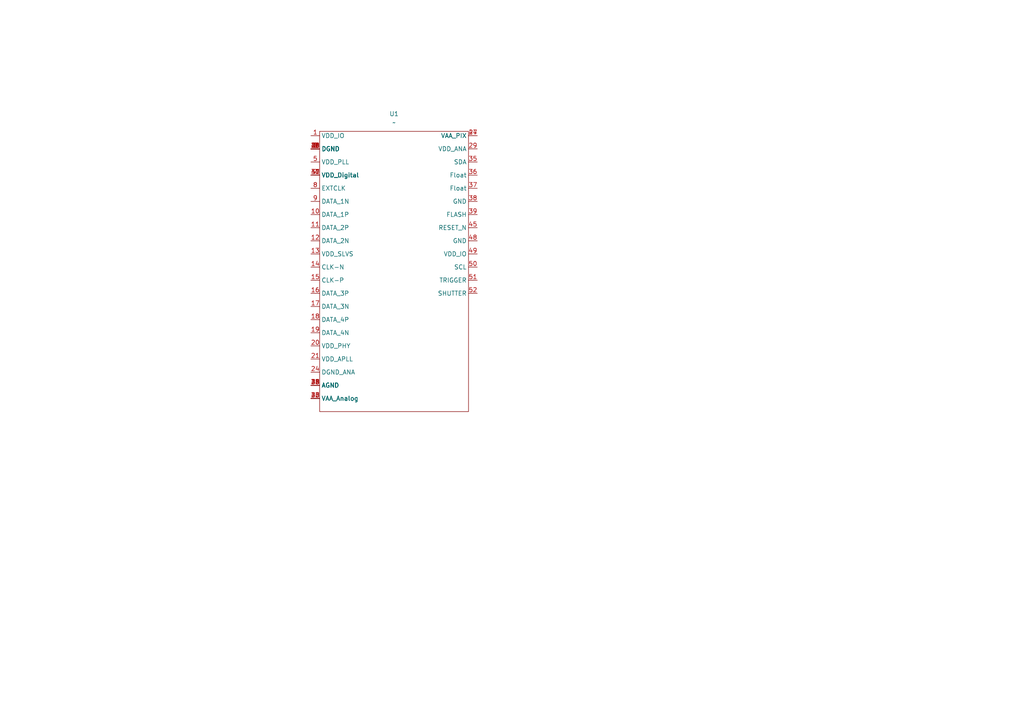
<source format=kicad_sch>
(kicad_sch (version 20250114) (generator "eeschema") (generator_version "9.0")
  (paper "A4")
  (lib_symbols
    (symbol "AR0521:AR0521"
      (property "Reference" "U" (at 0 0 0))
      (symbol "AR0521_0_1"
        (rectangle (start -13.97 1.27) (end 29.21 -80.01))
      )
      (symbol "AR0521_1_1"
        (pin power_in line (at -16.51 0 0) (length 2.54) (name "VDD_IO") (number "1"))
        (pin bidirectional line (at -16.51 -3.81 0) (length 2.54) (name "DGND") (number "2"))
        (pin unspecified line (at -16.51 -3.81 0) (length 2.54) (name "DGND") (number "22"))
        (pin unspecified line (at -16.51 -3.81 0) (length 2.54) (name "DGND") (number "23"))
        (pin bidirectional line (at -16.51 -3.81 0) (length 2.54) (name "DGND") (number "3"))
        (pin unspecified line (at -16.51 -3.81 0) (length 2.54) (name "DGND") (number "30"))
        (pin bidirectional line (at -16.51 -3.81 0) (length 2.54) (name "DGND") (number "4"))
        (pin unspecified line (at -16.51 -3.81 0) (length 2.54) (name "DGND") (number "41"))
        (pin unspecified line (at -16.51 -3.81 0) (length 2.54) (name "DGND") (number "46"))
        (pin unspecified line (at -16.51 -3.81 0) (length 2.54) (name "DGND") (number "6"))
        (pin unspecified line (at -16.51 -7.62 0) (length 2.54) (name "VDD_PLL") (number "5"))
        (pin unspecified line (at -16.51 -11.43 0) (length 2.54) (name "VDD_Digital") (number "31"))
        (pin unspecified line (at -16.51 -11.43 0) (length 2.54) (name "VDD_Digital") (number "40"))
        (pin unspecified line (at -16.51 -11.43 0) (length 2.54) (name "VDD_Digital") (number "47"))
        (pin unspecified line (at -16.51 -11.43 0) (length 2.54) (name "VDD_Digital") (number "7"))
        (pin input line (at -16.51 -15.24 0) (length 2.54) (name "EXTCLK") (number "8"))
        (pin output line (at -16.51 -19.05 0) (length 2.54) (name "DATA_1N") (number "9"))
        (pin output line (at -16.51 -22.86 0) (length 2.54) (name "DATA_1P") (number "10"))
        (pin output line (at -16.51 -26.67 0) (length 2.54) (name "DATA_2P") (number "11"))
        (pin output line (at -16.51 -30.48 0) (length 2.54) (name "DATA_2N") (number "12"))
        (pin unspecified line (at -16.51 -34.29 0) (length 2.54) (name "VDD_SLVS") (number "13"))
        (pin unspecified line (at -16.51 -38.1 0) (length 2.54) (name "CLK-N") (number "14"))
        (pin unspecified line (at -16.51 -41.91 0) (length 2.54) (name "CLK-P") (number "15"))
        (pin output line (at -16.51 -45.72 0) (length 2.54) (name "DATA_3P") (number "16"))
        (pin output line (at -16.51 -49.53 0) (length 2.54) (name "DATA_3N") (number "17"))
        (pin output line (at -16.51 -53.34 0) (length 2.54) (name "DATA_4P") (number "18"))
        (pin output line (at -16.51 -57.15 0) (length 2.54) (name "DATA_4N") (number "19"))
        (pin unspecified line (at -16.51 -60.96 0) (length 2.54) (name "VDD_PHY") (number "20"))
        (pin unspecified line (at -16.51 -64.77 0) (length 2.54) (name "VDD_APLL") (number "21"))
        (pin unspecified line (at -16.51 -68.58 0) (length 2.54) (name "DGND_ANA") (number "24"))
        (pin unspecified line (at -16.51 -72.39 0) (length 2.54) (name "AGND") (number "25"))
        (pin unspecified line (at -16.51 -72.39 0) (length 2.54) (name "AGND") (number "28"))
        (pin unspecified line (at -16.51 -72.39 0) (length 2.54) (name "AGND") (number "33"))
        (pin unspecified line (at -16.51 -72.39 0) (length 2.54) (name "AGND") (number "34"))
        (pin unspecified line (at -16.51 -72.39 0) (length 2.54) (name "AGND") (number "42"))
        (pin unspecified line (at -16.51 -76.2 0) (length 2.54) (name "VAA_Analog") (number "26"))
        (pin unspecified line (at -16.51 -76.2 0) (length 2.54) (name "VAA_Analog") (number "32"))
        (pin unspecified line (at -16.51 -76.2 0) (length 2.54) (name "VAA_Analog") (number "43"))
        (pin unspecified line (at 31.75 0 180) (length 2.54) (name "VAA_PIX") (number "27"))
        (pin unspecified line (at 31.75 0 180) (length 2.54) (name "VAA_PIX") (number "44"))
        (pin unspecified line (at 31.75 -3.81 180) (length 2.54) (name "VDD_ANA") (number "29"))
        (pin unspecified line (at 31.75 -7.62 180) (length 2.54) (name "SDA") (number "35"))
        (pin unspecified line (at 31.75 -11.43 180) (length 2.54) (name "Float") (number "36"))
        (pin unspecified line (at 31.75 -15.24 180) (length 2.54) (name "Float") (number "37"))
        (pin unspecified line (at 31.75 -19.05 180) (length 2.54) (name "GND") (number "38"))
        (pin unspecified line (at 31.75 -22.86 180) (length 2.54) (name "FLASH") (number "39"))
        (pin input line (at 31.75 -26.67 180) (length 2.54) (name "RESET_N") (number "45"))
        (pin unspecified line (at 31.75 -30.48 180) (length 2.54) (name "GND") (number "48"))
        (pin unspecified line (at 31.75 -34.29 180) (length 2.54) (name "VDD_IO") (number "49"))
        (pin input line (at 31.75 -38.1 180) (length 2.54) (name "SCL") (number "50"))
        (pin input line (at 31.75 -41.91 180) (length 2.54) (name "TRIGGER") (number "51"))
        (pin output line (at 31.75 -45.72 180) (length 2.54) (name "SHUTTER") (number "52"))
      )
    )
  )
  (symbol (lib_id "AR0521:AR0521") (at 106.68 39.37 0) (unit 1)
    (property "Reference" "U1" (at 114.3 33.02 0))
    (property "Value" "~" (at 114.3 35.56 0))
  )
)
</source>
